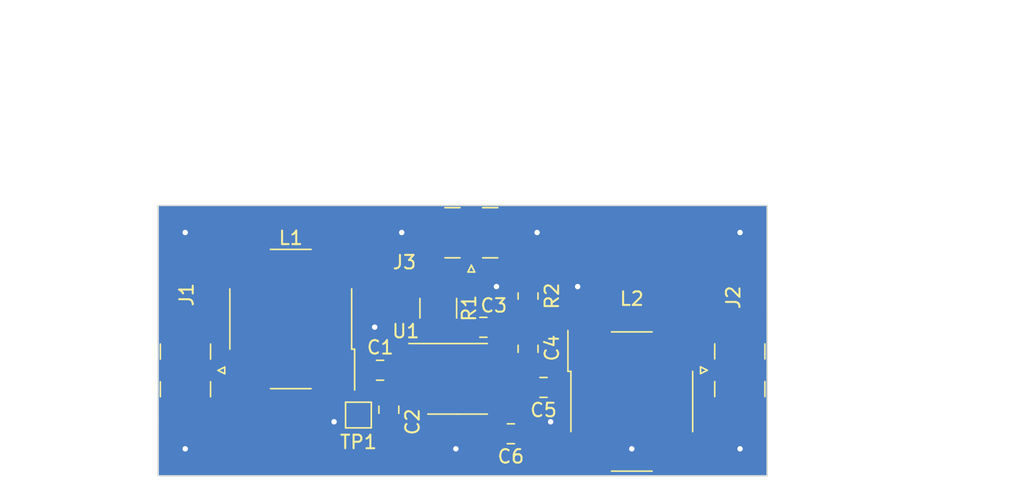
<source format=kicad_pcb>
(kicad_pcb (version 20221018) (generator pcbnew)
  (layers (0 "F.Cu" signal) (31 "B.Cu" signal) (34 "B.Paste" user) (35 "F.Paste" user) (36 "B.SilkS" user "B.Silkscreen") (37 "F.SilkS" user "F.Silkscreen") (38 "B.Mask" user) (39 "F.Mask" user) (44 "Edge.Cuts" user))
  (net 0 "")
  (net 1 "Net-(U1-INPUT)")
  (net 2 "Net-(C1-Pad2)")
  (net 3 "Net-(U1-DETO)")
  (net 4 "Earth")
  (net 5 "Net-(U1-EN)")
  (net 6 "Net-(U1-HPFL)")
  (net 7 "Net-(C4-Pad2)")
  (net 8 "Net-(C5-Pad1)")
  (net 9 "Net-(U1-OUTPUT)")
  (net 10 "Net-(U1-DECL)")
  (net 11 "Net-(J1-In)")
  (net 12 "Net-(J2-In)")
  (net 13 "+5V")
  (footprint "Inductor_SMD:L_CommonModeChoke_Wuerth_WE-SL5" (layer "F.Cu") (at 140 101.5)
    (fp_text reference "L2" (at 0 -7.6) (layer "F.SilkS"))
    (fp_text value "Z 4:1")
    (fp_line (start -4.72 -2.23) (end -4.72 -5.25) (stroke (width 0.12)) (layer "F.SilkS"))
    (fp_line (start -4.5 -2.23) (end -4.72 -2.23) (stroke (width 0.12)) (layer "F.SilkS"))
    (fp_line (start -4.5 2.23) (end -4.5 -2.23) (stroke (width 0.12)) (layer "F.SilkS"))
    (fp_line (start -1.5 -5.15) (end 1.5 -5.15) (stroke (width 0.12)) (layer "F.SilkS"))
    (fp_line (start -1.5 5.15) (end 1.5 5.15) (stroke (width 0.12)) (layer "F.SilkS"))
    (fp_line (start 4.5 2.23) (end 4.5 -2.23) (stroke (width 0.12)) (layer "F.SilkS"))
    (pad "1" smd roundrect (at -3.11 -3.81 90) (size 2.7 2.7) (layers "F.Cu" "F.Paste" "F.Mask") (roundrect_rratio 0.037) (net 8 "Net-(C5-Pad1)"))
    (pad "2" smd roundrect (at -3.11 3.81 90) (size 2.7 2.7) (layers "F.Cu" "F.Paste" "F.Mask") (roundrect_rratio 0.037) (net 4 "Earth"))
    (pad "3" smd roundrect (at 3.11 3.81 90) (size 2.7 2.7) (layers "F.Cu" "F.Paste" "F.Mask") (roundrect_rratio 0.037) (net 4 "Earth"))
    (pad "4" smd roundrect (at 3.11 -3.81 90) (size 2.7 2.7) (layers "F.Cu" "F.Paste" "F.Mask") (roundrect_rratio 0.037) (net 12 "Net-(J2-In)"))
  )
  (footprint "Connector_Coaxial:SMA_Samtec_SMA-J-P-X-ST-EM1_EdgeMount" (layer "F.Cu") (at 107.1625 99.2 -90)
    (fp_text reference "J1" (at -5.6 0.0625 90) (layer "F.SilkS"))
    (fp_text value "IF_IN")
    (fp_line (start -1.95 -1.71) (end -0.84 -1.71) (stroke (width 0.12)) (layer "F.SilkS"))
    (fp_line (start -1.95 2) (end -0.84 2) (stroke (width 0.12)) (layer "F.SilkS"))
    (fp_line (start -0.25 -2.76) (end 0 -2.26) (stroke (width 0.12)) (layer "F.SilkS"))
    (fp_line (start 0 -2.26) (end 0.25 -2.76) (stroke (width 0.12)) (layer "F.SilkS"))
    (fp_line (start 0.25 -2.76) (end -0.25 -2.76) (stroke (width 0.12)) (layer "F.SilkS"))
    (fp_line (start 0.84 -1.71) (end 1.95 -1.71) (stroke (width 0.12)) (layer "F.SilkS"))
    (fp_line (start 0.84 2) (end 1.95 2) (stroke (width 0.12)) (layer "F.SilkS"))
    (pad "1" smd rect (at 0 0.2 270) (size 1.27 3.6) (layers "F.Cu" "F.Paste" "F.Mask") (net 11 "Net-(J1-In)"))
    (pad "2" smd rect (at -2.825 0 270) (size 1.35 4.2) (layers "F.Cu" "F.Paste" "F.Mask") (net 4 "Earth"))
    (pad "2" smd rect (at -2.825 0 270) (size 1.35 4.2) (layers "B.Cu" "B.Paste" "B.Mask") (net 4 "Earth"))
    (pad "2" smd rect (at 2.825 0 270) (size 1.35 4.2) (layers "F.Cu" "F.Paste" "F.Mask") (net 4 "Earth"))
    (pad "2" smd rect (at 2.825 0 270) (size 1.35 4.2) (layers "B.Cu" "B.Paste" "B.Mask") (net 4 "Earth"))
  )
  (footprint "Resistor_SMD:R_1210_3225Metric" (layer "F.Cu") (at 125.7 94.6 -90)
    (fp_text reference "R1" (at 0 -2.28 -90) (layer "F.SilkS"))
    (fp_text value "0")
    (fp_line (start -0.723737 -1.355) (end 0.723737 -1.355) (stroke (width 0.12)) (layer "F.SilkS"))
    (fp_line (start -0.723737 1.355) (end 0.723737 1.355) (stroke (width 0.12)) (layer "F.SilkS"))
    (pad "1" smd roundrect (at -1.4625 0 270) (size 1.125 2.65) (layers "F.Cu" "F.Paste" "F.Mask") (roundrect_rratio 0.2222222222) (net 13 "+5V"))
    (pad "2" smd roundrect (at 1.4625 0 270) (size 1.125 2.65) (layers "F.Cu" "F.Paste" "F.Mask") (roundrect_rratio 0.2222222222) (net 5 "Net-(U1-EN)"))
  )
  (footprint "Capacitor_SMD:C_0805_2012Metric" (layer "F.Cu") (at 131.064 103.886 180)
    (fp_text reference "C6" (at 0 -1.68) (layer "F.SilkS"))
    (fp_text value "103*")
    (fp_line (start -0.261252 -0.735) (end 0.261252 -0.735) (stroke (width 0.12)) (layer "F.SilkS"))
    (fp_line (start -0.261252 0.735) (end 0.261252 0.735) (stroke (width 0.12)) (layer "F.SilkS"))
    (pad "1" smd roundrect (at -0.95 0 180) (size 1 1.45) (layers "F.Cu" "F.Paste" "F.Mask") (net 10 "Net-(U1-DECL)"))
    (pad "2" smd roundrect (at 0.95 0 180) (size 1 1.45) (layers "F.Cu" "F.Paste" "F.Mask") (net 4 "Earth"))
  )
  (footprint "Capacitor_SMD:C_0805_2012Metric" (layer "F.Cu") (at 122.047 102.108 -90)
    (fp_text reference "C2" (at 0.892 -1.753 90) (layer "F.SilkS"))
    (fp_text value "105*")
    (fp_line (start -0.261252 -0.735) (end 0.261252 -0.735) (stroke (width 0.12)) (layer "F.SilkS"))
    (fp_line (start -0.261252 0.735) (end 0.261252 0.735) (stroke (width 0.12)) (layer "F.SilkS"))
    (pad "1" smd roundrect (at -0.95 0 270) (size 1 1.45) (layers "F.Cu" "F.Paste" "F.Mask") (net 3 "Net-(U1-DETO)"))
    (pad "2" smd roundrect (at 0.95 0 270) (size 1 1.45) (layers "F.Cu" "F.Paste" "F.Mask") (net 4 "Earth"))
  )
  (footprint "TestPoint:TestPoint_Pad_1.5x1.5mm" (layer "F.Cu") (at 119.8 102.5)
    (fp_text reference "TP1" (at 0 2) (layer "F.SilkS"))
    (fp_text value "TestPoint")
    (fp_line (start -0.95 -0.95) (end 0.95 -0.95) (stroke (width 0.12)) (layer "F.SilkS"))
    (fp_line (start -0.95 0.95) (end -0.95 -0.95) (stroke (width 0.12)) (layer "F.SilkS"))
    (fp_line (start 0.95 -0.95) (end 0.95 0.95) (stroke (width 0.12)) (layer "F.SilkS"))
    (fp_line (start 0.95 0.95) (end -0.95 0.95) (stroke (width 0.12)) (layer "F.SilkS"))
    (pad "1" smd rect (at 0 0) (size 1.5 1.5) (layers "F.Cu" "F.Mask") (net 3 "Net-(U1-DETO)"))
  )
  (footprint "Resistor_SMD:R_0805_2012Metric" (layer "F.Cu") (at 132.334 93.7 90)
    (fp_text reference "R2" (at 0 1.766 90) (layer "F.SilkS"))
    (fp_text value "101*")
    (fp_line (start -0.227064 -0.735) (end 0.227064 -0.735) (stroke (width 0.12)) (layer "F.SilkS"))
    (fp_line (start -0.227064 0.735) (end 0.227064 0.735) (stroke (width 0.12)) (layer "F.SilkS"))
    (pad "1" smd roundrect (at -0.9125 0 90) (size 1.025 1.4) (layers "F.Cu" "F.Paste" "F.Mask") (roundrect_rratio 0.243902439) (net 7 "Net-(C4-Pad2)"))
    (pad "2" smd roundrect (at 0.9125 0 90) (size 1.025 1.4) (layers "F.Cu" "F.Paste" "F.Mask") (roundrect_rratio 0.243902439) (net 4 "Earth"))
  )
  (footprint "Connector_Coaxial:SMA_Samtec_SMA-J-P-X-ST-EM1_EdgeMount" (layer "F.Cu") (at 128.143 89.1625 180)
    (fp_text reference "J3" (at 4.943 -2.0375) (layer "F.SilkS"))
    (fp_text value "+5V")
    (fp_line (start -1.95 -1.71) (end -0.84 -1.71) (stroke (width 0.12)) (layer "F.SilkS"))
    (fp_line (start -1.95 2) (end -0.84 2) (stroke (width 0.12)) (layer "F.SilkS"))
    (fp_line (start -0.25 -2.76) (end 0 -2.26) (stroke (width 0.12)) (layer "F.SilkS"))
    (fp_line (start 0 -2.26) (end 0.25 -2.76) (stroke (width 0.12)) (layer "F.SilkS"))
    (fp_line (start 0.25 -2.76) (end -0.25 -2.76) (stroke (width 0.12)) (layer "F.SilkS"))
    (fp_line (start 0.84 -1.71) (end 1.95 -1.71) (stroke (width 0.12)) (layer "F.SilkS"))
    (fp_line (start 0.84 2) (end 1.95 2) (stroke (width 0.12)) (layer "F.SilkS"))
    (pad "1" smd rect (at 0 0.2 180) (size 1.27 3.6) (layers "F.Cu" "F.Paste" "F.Mask") (net 13 "+5V"))
    (pad "2" smd rect (at -2.825 0 180) (size 1.35 4.2) (layers "F.Cu" "F.Paste" "F.Mask") (net 4 "Earth"))
    (pad "2" smd rect (at -2.825 0 180) (size 1.35 4.2) (layers "B.Cu" "B.Paste" "B.Mask") (net 4 "Earth"))
    (pad "2" smd rect (at 2.825 0 180) (size 1.35 4.2) (layers "F.Cu" "F.Paste" "F.Mask") (net 4 "Earth"))
    (pad "2" smd rect (at 2.825 0 180) (size 1.35 4.2) (layers "B.Cu" "B.Paste" "B.Mask") (net 4 "Earth"))
  )
  (footprint "Capacitor_SMD:C_0805_2012Metric" (layer "F.Cu") (at 132.334 97.6 90)
    (fp_text reference "C4" (at 0.055 1.766 90) (layer "F.SilkS"))
    (fp_text value "103*")
    (fp_line (start -0.261252 -0.735) (end 0.261252 -0.735) (stroke (width 0.12)) (layer "F.SilkS"))
    (fp_line (start -0.261252 0.735) (end 0.261252 0.735) (stroke (width 0.12)) (layer "F.SilkS"))
    (pad "1" smd roundrect (at -0.95 0 90) (size 1 1.45) (layers "F.Cu" "F.Paste" "F.Mask") (net 6 "Net-(U1-HPFL)"))
    (pad "2" smd roundrect (at 0.95 0 90) (size 1 1.45) (layers "F.Cu" "F.Paste" "F.Mask") (net 7 "Net-(C4-Pad2)"))
  )
  (footprint "Inductor_SMD:L_CommonModeChoke_Wuerth_WE-SL5" (layer "F.Cu") (at 114.8 95.4 180)
    (fp_text reference "L1" (at 0 6) (layer "F.SilkS"))
    (fp_text value "2:1")
    (fp_line (start -4.72 -2.23) (end -4.72 -5.25) (stroke (width 0.12)) (layer "F.SilkS"))
    (fp_line (start -4.5 -2.23) (end -4.72 -2.23) (stroke (width 0.12)) (layer "F.SilkS"))
    (fp_line (start -4.5 2.23) (end -4.5 -2.23) (stroke (width 0.12)) (layer "F.SilkS"))
    (fp_line (start -1.5 -5.15) (end 1.5 -5.15) (stroke (width 0.12)) (layer "F.SilkS"))
    (fp_line (start -1.5 5.15) (end 1.5 5.15) (stroke (width 0.12)) (layer "F.SilkS"))
    (fp_line (start 4.5 2.23) (end 4.5 -2.23) (stroke (width 0.12)) (layer "F.SilkS"))
    (pad "1" smd roundrect (at -3.11 -3.81 270) (size 2.7 2.7) (layers "F.Cu" "F.Paste" "F.Mask") (roundrect_rratio 0.037) (net 2 "Net-(C1-Pad2)"))
    (pad "2" smd roundrect (at -3.11 3.81 270) (size 2.7 2.7) (layers "F.Cu" "F.Paste" "F.Mask") (roundrect_rratio 0.037) (net 4 "Earth"))
    (pad "3" smd roundrect (at 3.11 3.81 270) (size 2.7 2.7) (layers "F.Cu" "F.Paste" "F.Mask") (roundrect_rratio 0.037) (net 4 "Earth"))
    (pad "4" smd roundrect (at 3.11 -3.81 270) (size 2.7 2.7) (layers "F.Cu" "F.Paste" "F.Mask") (roundrect_rratio 0.037) (net 11 "Net-(J1-In)"))
  )
  (footprint "Capacitor_SMD:C_0805_2012Metric" (layer "F.Cu") (at 133.477 100.457 180)
    (fp_text reference "C5" (at 0 -1.68) (layer "F.SilkS"))
    (fp_text value "104")
    (fp_line (start -0.261252 -0.735) (end 0.261252 -0.735) (stroke (width 0.12)) (layer "F.SilkS"))
    (fp_line (start -0.261252 0.735) (end 0.261252 0.735) (stroke (width 0.12)) (layer "F.SilkS"))
    (pad "1" smd roundrect (at -0.95 0 180) (size 1 1.45) (layers "F.Cu" "F.Paste" "F.Mask") (net 8 "Net-(C5-Pad1)"))
    (pad "2" smd roundrect (at 0.95 0 180) (size 1 1.45) (layers "F.Cu" "F.Paste" "F.Mask") (net 9 "Net-(U1-OUTPUT)"))
  )
  (footprint "Capacitor_SMD:C_0805_2012Metric" (layer "F.Cu") (at 129.032 96.012 180)
    (fp_text reference "C3" (at -0.768 1.612) (layer "F.SilkS"))
    (fp_text value "104")
    (fp_line (start -0.261252 -0.735) (end 0.261252 -0.735) (stroke (width 0.12)) (layer "F.SilkS"))
    (fp_line (start -0.261252 0.735) (end 0.261252 0.735) (stroke (width 0.12)) (layer "F.SilkS"))
    (pad "1" smd roundrect (at -0.95 0 180) (size 1 1.45) (layers "F.Cu" "F.Paste" "F.Mask") (net 4 "Earth"))
    (pad "2" smd roundrect (at 0.95 0 180) (size 1 1.45) (layers "F.Cu" "F.Paste" "F.Mask") (net 5 "Net-(U1-EN)"))
  )
  (footprint "Capacitor_SMD:C_0805_2012Metric" (layer "F.Cu") (at 121.4 99.187 180)
    (fp_text reference "C1" (at -0.012 1.687) (layer "F.SilkS"))
    (fp_text value "104")
    (fp_line (start -0.261252 -0.735) (end 0.261252 -0.735) (stroke (width 0.12)) (layer "F.SilkS"))
    (fp_line (start -0.261252 0.735) (end 0.261252 0.735) (stroke (width 0.12)) (layer "F.SilkS"))
    (pad "1" smd roundrect (at -0.95 0 180) (size 1 1.45) (layers "F.Cu" "F.Paste" "F.Mask") (net 1 "Net-(U1-INPUT)"))
    (pad "2" smd roundrect (at 0.95 0 180) (size 1 1.45) (layers "F.Cu" "F.Paste" "F.Mask") (net 2 "Net-(C1-Pad2)"))
  )
  (footprint "Connector_Coaxial:SMA_Samtec_SMA-J-P-X-ST-EM1_EdgeMount" (layer "F.Cu") (at 147.8375 99.187 90)
    (fp_text reference "J2" (at 5.387 -0.3375 90) (layer "F.SilkS"))
    (fp_text value "IF_OUT")
    (fp_line (start -1.95 -1.71) (end -0.84 -1.71) (stroke (width 0.12)) (layer "F.SilkS"))
    (fp_line (start -1.95 2) (end -0.84 2) (stroke (width 0.12)) (layer "F.SilkS"))
    (fp_line (start -0.25 -2.76) (end 0 -2.26) (stroke (width 0.12)) (layer "F.SilkS"))
    (fp_line (start 0 -2.26) (end 0.25 -2.76) (stroke (width 0.12)) (layer "F.SilkS"))
    (fp_line (start 0.25 -2.76) (end -0.25 -2.76) (stroke (width 0.12)) (layer "F.SilkS"))
    (fp_line (start 0.84 -1.71) (end 1.95 -1.71) (stroke (width 0.12)) (layer "F.SilkS"))
    (fp_line (start 0.84 2) (end 1.95 2) (stroke (width 0.12)) (layer "F.SilkS"))
    (pad "1" smd rect (at 0 0.2 90) (size 1.27 3.6) (layers "F.Cu" "F.Paste" "F.Mask") (net 12 "Net-(J2-In)"))
    (pad "2" smd rect (at -2.825 0 90) (size 1.35 4.2) (layers "F.Cu" "F.Paste" "F.Mask") (net 4 "Earth"))
    (pad "2" smd rect (at -2.825 0 90) (size 1.35 4.2) (layers "B.Cu" "B.Paste" "B.Mask") (net 4 "Earth"))
    (pad "2" smd rect (at 2.825 0 90) (size 1.35 4.2) (layers "F.Cu" "F.Paste" "F.Mask") (net 4 "Earth"))
    (pad "2" smd rect (at 2.825 0 90) (size 1.35 4.2) (layers "B.Cu" "B.Paste" "B.Mask") (net 4 "Earth"))
  )
  (footprint "Package_SO:TSSOP-14_4.4x5mm_P0.65mm" (layer "F.Cu") (at 127.127 99.822)
    (fp_text reference "U1" (at -3.827 -3.522) (layer "F.SilkS"))
    (fp_text value "AD8367ARU")
    (fp_line (start 0 -2.61) (end -3.6 -2.61) (stroke (width 0.12)) (layer "F.SilkS"))
    (fp_line (start 0 -2.61) (end 2.2 -2.61) (stroke (width 0.12)) (layer "F.SilkS"))
    (fp_line (start 0 2.61) (end -2.2 2.61) (stroke (width 0.12)) (layer "F.SilkS"))
    (fp_line (start 0 2.61) (end 2.2 2.61) (stroke (width 0.12)) (layer "F.SilkS"))
    (pad "1" smd roundrect (at -2.8625 -1.95) (size 1.475 0.4) (layers "F.Cu" "F.Paste" "F.Mask") (net 4 "Earth"))
    (pad "2" smd roundrect (at -2.8625 -1.3) (size 1.475 0.4) (layers "F.Cu" "F.Paste" "F.Mask") (net 5 "Net-(U1-EN)"))
    (pad "3" smd roundrect (at -2.8625 -0.65) (size 1.475 0.4) (layers "F.Cu" "F.Paste" "F.Mask") (net 1 "Net-(U1-INPUT)"))
    (pad "4" smd roundrect (at -2.8625 0) (size 1.475 0.4) (layers "F.Cu" "F.Paste" "F.Mask") (net 4 "Earth"))
    (pad "5" smd roundrect (at -2.8625 0.65) (size 1.475 0.4) (layers "F.Cu" "F.Paste" "F.Mask") (net 3 "Net-(U1-DETO)"))
    (pad "6" smd roundrect (at -2.8625 1.3) (size 1.475 0.4) (layers "F.Cu" "F.Paste" "F.Mask") (net 3 "Net-(U1-DETO)"))
    (pad "7" smd roundrect (at -2.8625 1.95) (size 1.475 0.4) (layers "F.Cu" "F.Paste" "F.Mask") (net 4 "Earth"))
    (pad "8" smd roundrect (at 2.8625 1.95) (size 1.475 0.4) (layers "F.Cu" "F.Paste" "F.Mask") (net 4 "Earth"))
    (pad "9" smd roundrect (at 2.8625 1.3) (size 1.475 0.4) (layers "F.Cu" "F.Paste" "F.Mask") (net 10 "Net-(U1-DECL)"))
    (pad "10" smd roundrect (at 2.8625 0.65) (size 1.475 0.4) (layers "F.Cu" "F.Paste" "F.Mask") (net 9 "Net-(U1-OUTPUT)"))
    (pad "11" smd roundrect (at 2.8625 0) (size 1.475 0.4) (layers "F.Cu" "F.Paste" "F.Mask") (net 5 "Net-(U1-EN)"))
    (pad "12" smd roundrect (at 2.8625 -0.65) (size 1.475 0.4) (layers "F.Cu" "F.Paste" "F.Mask") (net 5 "Net-(U1-EN)"))
    (pad "13" smd roundrect (at 2.8625 -1.3) (size 1.475 0.4) (layers "F.Cu" "F.Paste" "F.Mask") (net 6 "Net-(U1-HPFL)"))
    (pad "14" smd roundrect (at 2.8625 -1.95) (size 1.475 0.4) (layers "F.Cu" "F.Paste" "F.Mask") (net 4 "Earth"))
  )
  (gr_line (start 132.2 87) (end 105 87) (stroke (width 0.1)) (layer "Edge.Cuts"))
  (gr_line (start 105 87) (end 105 103.1) (stroke (width 0.1)) (layer "Edge.Cuts"))
  (gr_line (start 150 107) (end 150 95) (stroke (width 0.1)) (layer "Edge.Cuts"))
  (gr_line (start 105 107) (end 150 107) (stroke (width 0.1)) (layer "Edge.Cuts"))
  (gr_line (start 150 87) (end 132.2 87) (stroke (width 0.1)) (layer "Edge.Cuts"))
  (gr_line (start 105 103.1) (end 105 107) (stroke (width 0.1)) (layer "Edge.Cuts"))
  (gr_line (start 150 95) (end 150 87) (stroke (width 0.1)) (layer "Edge.Cuts"))
  (segment (start 122.35 99.187) (end 124.2495 99.187) (width 0.4) (layer "F.Cu") (net 1))
  (segment (start 124.2495 99.187) (end 124.2645 99.172) (width 0.4) (layer "F.Cu") (net 1))
  (segment (start 117.933 99.187) (end 117.91 99.21) (width 0.4) (layer "F.Cu") (net 2))
  (segment (start 120.45 99.187) (end 117.933 99.187) (width 1) (layer "F.Cu") (net 2))
  (segment (start 119.8 101.8) (end 119.8 102.5) (width 1) (layer "F.Cu") (net 3))
  (segment (start 122.083 101.122) (end 122.047 101.158) (width 0.4) (layer "F.Cu") (net 3))
  (segment (start 122.047 101.158) (end 120.442 101.158) (width 1) (layer "F.Cu") (net 3))
  (segment (start 120.442 101.158) (end 119.8 101.8) (width 1) (layer "F.Cu") (net 3))
  (segment (start 124.2645 101.122) (end 122.083 101.122) (width 0.4) (layer "F.Cu") (net 3))
  (segment (start 122.733 100.472) (end 122.047 101.158) (width 0.4) (layer "F.Cu") (net 3))
  (segment (start 124.2645 100.472) (end 122.733 100.472) (width 0.4) (layer "F.Cu") (net 3))
  (segment (start 125.402 100.164893) (end 125.402 101.598) (width 0.4) (layer "F.Cu") (net 4))
  (segment (start 129.9895 96.0195) (end 129.982 96.012) (width 0.4) (layer "F.Cu") (net 4))
  (segment (start 124.2645 97.872) (end 122.872 97.872) (width 0.4) (layer "F.Cu") (net 4))
  (segment (start 129.9895 97.872) (end 129.9895 96.0195) (width 0.4) (layer "F.Cu") (net 4))
  (segment (start 125.228 101.772) (end 124.2645 101.772) (width 0.4) (layer "F.Cu") (net 4))
  (segment (start 125.402 101.598) (end 125.228 101.772) (width 0.4) (layer "F.Cu") (net 4))
  (segment (start 125.059107 99.822) (end 125.402 100.164893) (width 0.4) (layer "F.Cu") (net 4))
  (segment (start 124.2645 99.822) (end 125.059107 99.822) (width 0.4) (layer "F.Cu") (net 4))
  (segment (start 122.872 97.872) (end 121 96) (width 0.4) (layer "F.Cu") (net 4))
  (via (at 123 89) (size 0.8) (drill 0.4) (layers "F.Cu" "B.Cu") (net 4))
  (via (at 148 105) (size 0.8) (drill 0.4) (layers "F.Cu" "B.Cu") (net 4))
  (via (at 118 103) (size 0.8) (drill 0.4) (layers "F.Cu" "B.Cu") (net 4))
  (via (at 121 96) (size 0.8) (drill 0.4) (layers "F.Cu" "B.Cu") (net 4))
  (via (at 107 105) (size 0.8) (drill 0.4) (layers "F.Cu" "B.Cu") (net 4))
  (via (at 130 93) (size 0.8) (drill 0.4) (layers "F.Cu" "B.Cu") (net 4))
  (via (at 148 89) (size 0.8) (drill 0.4) (layers "F.Cu" "B.Cu") (net 4))
  (via (at 127 105) (size 0.8) (drill 0.4) (layers "F.Cu" "B.Cu") (net 4))
  (via (at 134 103) (size 0.8) (drill 0.4) (layers "F.Cu" "B.Cu") (net 4))
  (via (at 136 93) (size 0.8) (drill 0.4) (layers "F.Cu" "B.Cu") (net 4))
  (via (at 107 89) (size 0.8) (drill 0.4) (layers "F.Cu" "B.Cu") (net 4))
  (via (at 140 105) (size 0.8) (drill 0.4) (layers "F.Cu" "B.Cu") (net 4))
  (via (at 133 89) (size 0.8) (drill 0.4) (layers "F.Cu" "B.Cu") (net 4))
  (segment (start 128.872 99.172) (end 129.9895 99.172) (width 0.4) (layer "F.Cu") (net 5))
  (segment (start 127.8995 96.012) (end 128.082 96.012) (width 0.4) (layer "F.Cu") (net 5))
  (segment (start 129.9895 99.822) (end 128.8 99.822) (width 0.4) (layer "F.Cu") (net 5))
  (segment (start 124.2645 98.522) (end 128.678 98.522) (width 0.4) (layer "F.Cu") (net 5))
  (segment (start 128.8 96.73) (end 128.082 96.012) (width 0.4) (layer "F.Cu") (net 5))
  (segment (start 124.2645 98.522) (end 123.469893 98.522) (width 0.4) (layer "F.Cu") (net 5))
  (segment (start 128.8 99.822) (end 128.8 96.73) (width 0.4) (layer "F.Cu") (net 5))
  (segment (start 125.8505 96.012) (end 127.8995 96.012) (width 1) (layer "F.Cu") (net 5))
  (segment (start 128.678 98.522) (end 128.8 98.4) (width 0.4) (layer "F.Cu") (net 5))
  (segment (start 129.9895 98.522) (end 131.917 98.522) (width 0.4) (layer "F.Cu") (net 6))
  (segment (start 131.917 98.522) (end 132.334 98.105) (width 0.4) (layer "F.Cu") (net 6))
  (segment (start 132.334 96.205) (end 132.334 94.6385) (width 1) (layer "F.Cu") (net 7))
  (segment (start 136.89 97.69) (end 136.89 98.314) (width 1) (layer "F.Cu") (net 8))
  (segment (start 136.89 98.314) (end 134.747 100.457) (width 1) (layer "F.Cu") (net 8))
  (segment (start 134.747 100.457) (end 134.427 100.457) (width 1) (layer "F.Cu") (net 8))
  (segment (start 132.512 100.472) (end 132.527 100.457) (width 0.4) (layer "F.Cu") (net 9))
  (segment (start 129.9895 100.472) (end 132.512 100.472) (width 0.4) (layer "F.Cu") (net 9))
  (segment (start 130.784107 101.122) (end 132.014 102.351893) (width 0.4) (layer "F.Cu") (net 10))
  (segment (start 132.014 102.351893) (end 132.014 103.886) (width 0.4) (layer "F.Cu") (net 10))
  (segment (start 129.9895 101.122) (end 130.784107 101.122) (width 0.4) (layer "F.Cu") (net 10))
  (segment (start 111.68 99.2) (end 106.9625 99.2) (width 1) (layer "F.Cu") (net 11))
  (segment (start 111.69 99.21) (end 111.68 99.2) (width 0.4) (layer "F.Cu") (net 11))
  (segment (start 144.607 99.187) (end 143.11 97.69) (width 1) (layer "F.Cu") (net 12))
  (segment (start 148.0375 99.187) (end 144.607 99.187) (width 1) (layer "F.Cu") (net 12))
  (segment (start 128.143 91.857) (end 127.4125 92.5875) (width 1) (layer "F.Cu") (net 13))
  (segment (start 128.143 88.9625) (end 128.143 91.857) (width 1) (layer "F.Cu") (net 13))
  (segment (start 127.4125 92.5875) (end 126.3 92.5875) (width 1) (layer "F.Cu") (net 13))
  (zone (net 4) (net_name "Earth") (layers "F&B.Cu") (connect_pads yes (clearance 0.5)) (min_thickness 0.25) (fill yes (thermal_gap 0.5) (thermal_bridge_width 0.5))
    (polygon (pts (xy 105 87) (xy 150 87) (xy 150 107) (xy 105 107)))
  )
)
</source>
